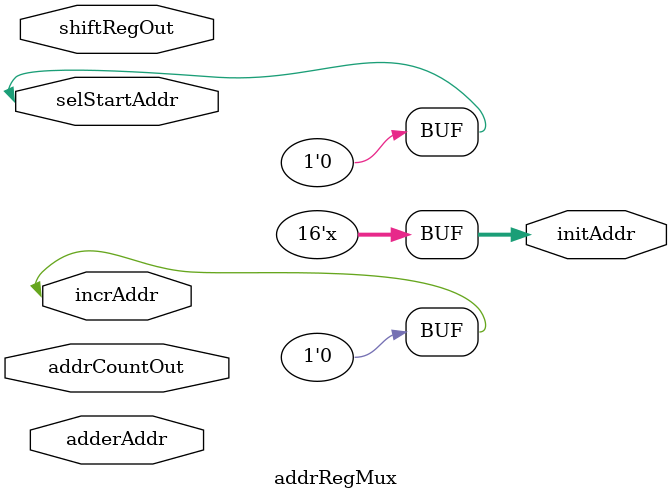
<source format=v>
module addrRegMux(initAddr, incrAddr, selStartAddr, addrCountOut, shiftRegOut, adderAddr);

output reg [15:0] initAddr;
input wire [15:0] addrCountOut, adderAddr, shiftRegOut;
input wire selStartAddr, incrAddr;

initial begin
	incrAddr = 0;
	selStartAddr = 0; 
end

always@(incrAddr or selStartAddr)
begin
	if(incrAddr)
	begin
		initAddr <= adderAddr;
	end
	else if(selStartAddr)
	begin
		initAddr <= shiftRegOut;
	end
end

endmodule
</source>
